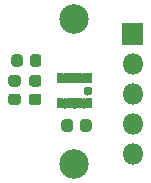
<source format=gbr>
%TF.GenerationSoftware,KiCad,Pcbnew,5.1.7-a382d34a8~87~ubuntu20.04.1*%
%TF.CreationDate,2020-10-01T12:41:17+02:00*%
%TF.ProjectId,reform2-trackball-sensor,7265666f-726d-4322-9d74-7261636b6261,rev?*%
%TF.SameCoordinates,Original*%
%TF.FileFunction,Soldermask,Top*%
%TF.FilePolarity,Negative*%
%FSLAX46Y46*%
G04 Gerber Fmt 4.6, Leading zero omitted, Abs format (unit mm)*
G04 Created by KiCad (PCBNEW 5.1.7-a382d34a8~87~ubuntu20.04.1) date 2020-10-01 12:41:17*
%MOMM*%
%LPD*%
G01*
G04 APERTURE LIST*
%ADD10C,2.502000*%
%ADD11C,0.792000*%
%ADD12O,1.802000X1.802000*%
%ADD13C,0.100000*%
G04 APERTURE END LIST*
D10*
X149750000Y-87750000D03*
X149750000Y-75500000D03*
G36*
G01*
X148319000Y-83010000D02*
X148319000Y-82260000D01*
G75*
G02*
X148370000Y-82209000I51000J0D01*
G01*
X148870000Y-82209000D01*
G75*
G02*
X148921000Y-82260000I0J-51000D01*
G01*
X148921000Y-83010000D01*
G75*
G02*
X148870000Y-83061000I-51000J0D01*
G01*
X148370000Y-83061000D01*
G75*
G02*
X148319000Y-83010000I0J51000D01*
G01*
G37*
G36*
G01*
X149119000Y-83010000D02*
X149119000Y-82260000D01*
G75*
G02*
X149170000Y-82209000I51000J0D01*
G01*
X149670000Y-82209000D01*
G75*
G02*
X149721000Y-82260000I0J-51000D01*
G01*
X149721000Y-83010000D01*
G75*
G02*
X149670000Y-83061000I-51000J0D01*
G01*
X149170000Y-83061000D01*
G75*
G02*
X149119000Y-83010000I0J51000D01*
G01*
G37*
G36*
G01*
X149919000Y-83010000D02*
X149919000Y-82260000D01*
G75*
G02*
X149970000Y-82209000I51000J0D01*
G01*
X150470000Y-82209000D01*
G75*
G02*
X150521000Y-82260000I0J-51000D01*
G01*
X150521000Y-83010000D01*
G75*
G02*
X150470000Y-83061000I-51000J0D01*
G01*
X149970000Y-83061000D01*
G75*
G02*
X149919000Y-83010000I0J51000D01*
G01*
G37*
G36*
G01*
X150719000Y-83010000D02*
X150719000Y-82260000D01*
G75*
G02*
X150770000Y-82209000I51000J0D01*
G01*
X151270000Y-82209000D01*
G75*
G02*
X151321000Y-82260000I0J-51000D01*
G01*
X151321000Y-83010000D01*
G75*
G02*
X151270000Y-83061000I-51000J0D01*
G01*
X150770000Y-83061000D01*
G75*
G02*
X150719000Y-83010000I0J51000D01*
G01*
G37*
G36*
G01*
X150719000Y-80880000D02*
X150719000Y-80130000D01*
G75*
G02*
X150770000Y-80079000I51000J0D01*
G01*
X151270000Y-80079000D01*
G75*
G02*
X151321000Y-80130000I0J-51000D01*
G01*
X151321000Y-80880000D01*
G75*
G02*
X151270000Y-80931000I-51000J0D01*
G01*
X150770000Y-80931000D01*
G75*
G02*
X150719000Y-80880000I0J51000D01*
G01*
G37*
G36*
G01*
X149919000Y-80880000D02*
X149919000Y-80130000D01*
G75*
G02*
X149970000Y-80079000I51000J0D01*
G01*
X150470000Y-80079000D01*
G75*
G02*
X150521000Y-80130000I0J-51000D01*
G01*
X150521000Y-80880000D01*
G75*
G02*
X150470000Y-80931000I-51000J0D01*
G01*
X149970000Y-80931000D01*
G75*
G02*
X149919000Y-80880000I0J51000D01*
G01*
G37*
G36*
G01*
X149119000Y-80880000D02*
X149119000Y-80130000D01*
G75*
G02*
X149170000Y-80079000I51000J0D01*
G01*
X149670000Y-80079000D01*
G75*
G02*
X149721000Y-80130000I0J-51000D01*
G01*
X149721000Y-80880000D01*
G75*
G02*
X149670000Y-80931000I-51000J0D01*
G01*
X149170000Y-80931000D01*
G75*
G02*
X149119000Y-80880000I0J51000D01*
G01*
G37*
G36*
G01*
X148319000Y-80880000D02*
X148319000Y-80130000D01*
G75*
G02*
X148370000Y-80079000I51000J0D01*
G01*
X148870000Y-80079000D01*
G75*
G02*
X148921000Y-80130000I0J-51000D01*
G01*
X148921000Y-80880000D01*
G75*
G02*
X148870000Y-80931000I-51000J0D01*
G01*
X148370000Y-80931000D01*
G75*
G02*
X148319000Y-80880000I0J51000D01*
G01*
G37*
D11*
X150970000Y-81570000D03*
G36*
G01*
X146049000Y-79281750D02*
X146049000Y-78718250D01*
G75*
G02*
X146293250Y-78474000I244250J0D01*
G01*
X146781750Y-78474000D01*
G75*
G02*
X147026000Y-78718250I0J-244250D01*
G01*
X147026000Y-79281750D01*
G75*
G02*
X146781750Y-79526000I-244250J0D01*
G01*
X146293250Y-79526000D01*
G75*
G02*
X146049000Y-79281750I0J244250D01*
G01*
G37*
G36*
G01*
X144474000Y-79281750D02*
X144474000Y-78718250D01*
G75*
G02*
X144718250Y-78474000I244250J0D01*
G01*
X145206750Y-78474000D01*
G75*
G02*
X145451000Y-78718250I0J-244250D01*
G01*
X145451000Y-79281750D01*
G75*
G02*
X145206750Y-79526000I-244250J0D01*
G01*
X144718250Y-79526000D01*
G75*
G02*
X144474000Y-79281750I0J244250D01*
G01*
G37*
G36*
G01*
X150299000Y-84781750D02*
X150299000Y-84218250D01*
G75*
G02*
X150543250Y-83974000I244250J0D01*
G01*
X151031750Y-83974000D01*
G75*
G02*
X151276000Y-84218250I0J-244250D01*
G01*
X151276000Y-84781750D01*
G75*
G02*
X151031750Y-85026000I-244250J0D01*
G01*
X150543250Y-85026000D01*
G75*
G02*
X150299000Y-84781750I0J244250D01*
G01*
G37*
G36*
G01*
X148724000Y-84781750D02*
X148724000Y-84218250D01*
G75*
G02*
X148968250Y-83974000I244250J0D01*
G01*
X149456750Y-83974000D01*
G75*
G02*
X149701000Y-84218250I0J-244250D01*
G01*
X149701000Y-84781750D01*
G75*
G02*
X149456750Y-85026000I-244250J0D01*
G01*
X148968250Y-85026000D01*
G75*
G02*
X148724000Y-84781750I0J244250D01*
G01*
G37*
G36*
G01*
X145031750Y-81201000D02*
X144468250Y-81201000D01*
G75*
G02*
X144224000Y-80956750I0J244250D01*
G01*
X144224000Y-80468250D01*
G75*
G02*
X144468250Y-80224000I244250J0D01*
G01*
X145031750Y-80224000D01*
G75*
G02*
X145276000Y-80468250I0J-244250D01*
G01*
X145276000Y-80956750D01*
G75*
G02*
X145031750Y-81201000I-244250J0D01*
G01*
G37*
G36*
G01*
X145031750Y-82776000D02*
X144468250Y-82776000D01*
G75*
G02*
X144224000Y-82531750I0J244250D01*
G01*
X144224000Y-82043250D01*
G75*
G02*
X144468250Y-81799000I244250J0D01*
G01*
X145031750Y-81799000D01*
G75*
G02*
X145276000Y-82043250I0J-244250D01*
G01*
X145276000Y-82531750D01*
G75*
G02*
X145031750Y-82776000I-244250J0D01*
G01*
G37*
G36*
G01*
X146781750Y-81201000D02*
X146218250Y-81201000D01*
G75*
G02*
X145974000Y-80956750I0J244250D01*
G01*
X145974000Y-80468250D01*
G75*
G02*
X146218250Y-80224000I244250J0D01*
G01*
X146781750Y-80224000D01*
G75*
G02*
X147026000Y-80468250I0J-244250D01*
G01*
X147026000Y-80956750D01*
G75*
G02*
X146781750Y-81201000I-244250J0D01*
G01*
G37*
G36*
G01*
X146781750Y-82776000D02*
X146218250Y-82776000D01*
G75*
G02*
X145974000Y-82531750I0J244250D01*
G01*
X145974000Y-82043250D01*
G75*
G02*
X146218250Y-81799000I244250J0D01*
G01*
X146781750Y-81799000D01*
G75*
G02*
X147026000Y-82043250I0J-244250D01*
G01*
X147026000Y-82531750D01*
G75*
G02*
X146781750Y-82776000I-244250J0D01*
G01*
G37*
G36*
G01*
X153849000Y-77600000D02*
X153849000Y-75900000D01*
G75*
G02*
X153900000Y-75849000I51000J0D01*
G01*
X155600000Y-75849000D01*
G75*
G02*
X155651000Y-75900000I0J-51000D01*
G01*
X155651000Y-77600000D01*
G75*
G02*
X155600000Y-77651000I-51000J0D01*
G01*
X153900000Y-77651000D01*
G75*
G02*
X153849000Y-77600000I0J51000D01*
G01*
G37*
D12*
X154750000Y-79290000D03*
X154750000Y-81830000D03*
X154750000Y-84370000D03*
X154750000Y-86910000D03*
D13*
G36*
X150975305Y-82186263D02*
G01*
X150996569Y-82197628D01*
X151019644Y-82204628D01*
X151043831Y-82207010D01*
X151045457Y-82208175D01*
X151045261Y-82210165D01*
X151043635Y-82211000D01*
X150721000Y-82211000D01*
X150721000Y-83061000D01*
X150720000Y-83062732D01*
X150719000Y-83063000D01*
X150521000Y-83063000D01*
X150519268Y-83062000D01*
X150519000Y-83061000D01*
X150519000Y-82211000D01*
X149921000Y-82211000D01*
X149921000Y-83061000D01*
X149920000Y-83062732D01*
X149919000Y-83063000D01*
X149721000Y-83063000D01*
X149719268Y-83062000D01*
X149719000Y-83061000D01*
X149719000Y-82211000D01*
X149121000Y-82211000D01*
X149121000Y-83061000D01*
X149120000Y-83062732D01*
X149119000Y-83063000D01*
X148921000Y-83063000D01*
X148919268Y-83062000D01*
X148919000Y-83061000D01*
X148919000Y-82209000D01*
X148920000Y-82207268D01*
X148921000Y-82207000D01*
X150896271Y-82207000D01*
X150920356Y-82204628D01*
X150943431Y-82197628D01*
X150964695Y-82186263D01*
X150968731Y-82182950D01*
X150971269Y-82182950D01*
X150975305Y-82186263D01*
G37*
G36*
X150720732Y-80078000D02*
G01*
X150721000Y-80079000D01*
X150721000Y-80931000D01*
X150720000Y-80932732D01*
X150719000Y-80933000D01*
X148921000Y-80933000D01*
X148919268Y-80932000D01*
X148919000Y-80931000D01*
X148919000Y-80081000D01*
X149121000Y-80081000D01*
X149121000Y-80929000D01*
X149719000Y-80929000D01*
X149719000Y-80081000D01*
X149921000Y-80081000D01*
X149921000Y-80929000D01*
X150519000Y-80929000D01*
X150519000Y-80081000D01*
X149921000Y-80081000D01*
X149719000Y-80081000D01*
X149121000Y-80081000D01*
X148919000Y-80081000D01*
X148919000Y-80079000D01*
X148920000Y-80077268D01*
X148921000Y-80077000D01*
X150719000Y-80077000D01*
X150720732Y-80078000D01*
G37*
M02*

</source>
